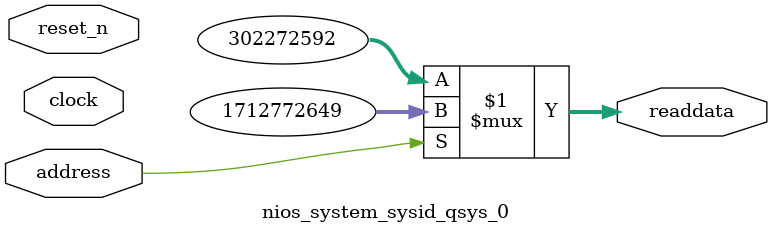
<source format=v>



// synthesis translate_off
`timescale 1ns / 1ps
// synthesis translate_on

// turn off superfluous verilog processor warnings 
// altera message_level Level1 
// altera message_off 10034 10035 10036 10037 10230 10240 10030 

module nios_system_sysid_qsys_0 (
               // inputs:
                address,
                clock,
                reset_n,

               // outputs:
                readdata
             )
;

  output  [ 31: 0] readdata;
  input            address;
  input            clock;
  input            reset_n;

  wire    [ 31: 0] readdata;
  //control_slave, which is an e_avalon_slave
  assign readdata = address ? 1712772649 : 302272592;

endmodule



</source>
